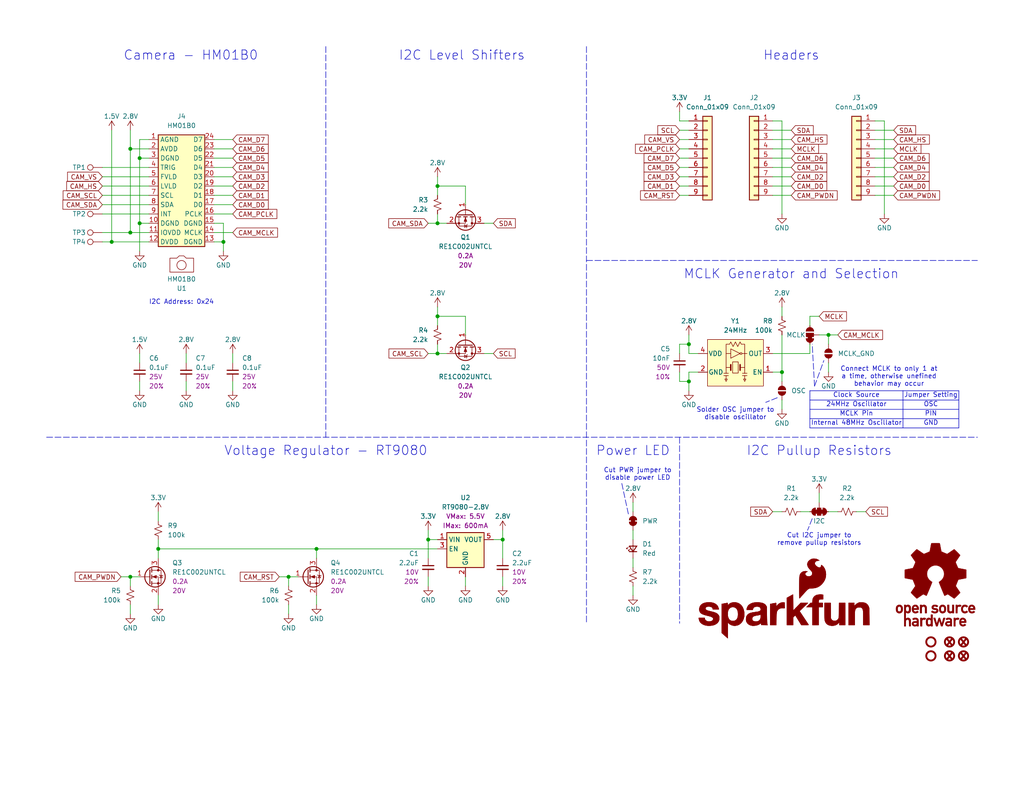
<source format=kicad_sch>
(kicad_sch (version 20231120) (generator "eeschema") (generator_version "8.0")
  (paper "USLetter")
  (title_block (title "SparkFun Camera Board - HM01B0") (date "2025-05-07") (rev "v10") (company "SparkFun Electronics") (comment 1 "Designed by: Dryw Wade"))
  (junction (at 86.36 149.86))
  (junction (at 213.36 101.6))
  (junction (at 35.56 157.48))
  (junction (at 119.38 86.36))
  (junction (at 38.1 60.96))
  (junction (at 43.18 149.86))
  (junction (at 226.06 91.44))
  (junction (at 119.38 50.8))
  (junction (at 187.96 93.98))
  (junction (at 78.74 157.48))
  (junction (at 187.96 104.14))
  (junction (at 38.1 43.18))
  (junction (at 30.48 66.04))
  (junction (at 119.38 96.52))
  (junction (at 119.38 60.96))
  (junction (at 35.56 40.64))
  (junction (at 60.96 66.04))
  (junction (at 116.84 147.32))
  (junction (at 137.16 147.32))
  (junction (at 35.56 63.5))
  (wire (pts (xy 238.76 53.34) (xy 243.84 53.34)))
  (wire (pts (xy 236.22 139.7) (xy 233.68 139.7)))
  (wire (pts (xy 50.8 106.68) (xy 50.8 104.14)))
  (wire (pts (xy 185.42 104.14) (xy 187.96 104.14)))
  (polyline (pts (xy 221.615 141.605) (xy 220.345 144.78)) (stroke (width 0) (type dash)))
  (wire (pts (xy 43.18 142.24) (xy 43.18 139.7)))
  (wire (pts (xy 127 50.8) (xy 119.38 50.8)))
  (wire (pts (xy 210.82 40.64) (xy 215.9 40.64)))
  (wire (pts (xy 238.76 35.56) (xy 243.84 35.56)))
  (wire (pts (xy 27.94 55.88) (xy 40.64 55.88)))
  (polyline (pts (xy 160.02 71.12) (xy 266.7 71.12)) (stroke (width 0) (type dash)))
  (wire (pts (xy 238.76 40.64) (xy 243.84 40.64)))
  (wire (pts (xy 35.56 63.5) (xy 35.56 40.64)))
  (wire (pts (xy 185.42 48.26) (xy 187.96 48.26)))
  (wire (pts (xy 241.3 33.02) (xy 241.3 58.42)))
  (wire (pts (xy 40.64 45.72) (xy 27.94 45.72)))
  (wire (pts (xy 185.42 53.34) (xy 187.96 53.34)))
  (wire (pts (xy 210.82 53.34) (xy 215.9 53.34)))
  (wire (pts (xy 63.5 50.8) (xy 58.42 50.8)))
  (wire (pts (xy 185.42 38.1) (xy 187.96 38.1)))
  (wire (pts (xy 213.36 83.82) (xy 213.36 86.36)))
  (wire (pts (xy 119.38 93.98) (xy 119.38 96.52)))
  (wire (pts (xy 185.42 93.98) (xy 187.96 93.98)))
  (wire (pts (xy 86.36 165.1) (xy 86.36 162.56)))
  (wire (pts (xy 27.94 48.26) (xy 40.64 48.26)))
  (wire (pts (xy 58.42 66.04) (xy 60.96 66.04)))
  (wire (pts (xy 40.64 38.1) (xy 38.1 38.1)))
  (polyline (pts (xy 171.45 140.335) (xy 169.545 131.445)) (stroke (width 0) (type dash)))
  (wire (pts (xy 119.38 83.82) (xy 119.38 86.36)))
  (wire (pts (xy 210.82 139.7) (xy 213.36 139.7)))
  (wire (pts (xy 226.06 99.06) (xy 226.06 101.6)))
  (wire (pts (xy 38.1 60.96) (xy 40.64 60.96)))
  (wire (pts (xy 172.72 152.4) (xy 172.72 154.94)))
  (wire (pts (xy 172.72 160.02) (xy 172.72 162.56)))
  (wire (pts (xy 137.16 144.78) (xy 137.16 147.32)))
  (wire (pts (xy 40.64 63.5) (xy 35.56 63.5)))
  (wire (pts (xy 63.5 55.88) (xy 58.42 55.88)))
  (wire (pts (xy 35.56 157.48) (xy 35.56 160.02)))
  (wire (pts (xy 119.38 96.52) (xy 121.92 96.52)))
  (wire (pts (xy 116.84 147.32) (xy 116.84 144.78)))
  (wire (pts (xy 185.42 33.02) (xy 185.42 30.48)))
  (wire (pts (xy 50.8 96.52) (xy 50.8 99.06)))
  (wire (pts (xy 134.62 96.52) (xy 132.08 96.52)))
  (wire (pts (xy 40.64 58.42) (xy 27.94 58.42)))
  (wire (pts (xy 210.82 101.6) (xy 213.36 101.6)))
  (polyline (pts (xy 220.98 106.68) (xy 261.62 106.68)))
  (wire (pts (xy 223.52 134.62) (xy 223.52 137.16)))
  (wire (pts (xy 63.5 53.34) (xy 58.42 53.34)))
  (wire (pts (xy 210.82 45.72) (xy 215.9 45.72)))
  (polyline (pts (xy 160.02 12.7) (xy 160.02 170.18)) (stroke (width 0) (type dash)))
  (wire (pts (xy 63.5 40.64) (xy 58.42 40.64)))
  (wire (pts (xy 35.56 167.64) (xy 35.56 165.1)))
  (wire (pts (xy 38.1 96.52) (xy 38.1 99.06)))
  (wire (pts (xy 190.5 101.6) (xy 187.96 101.6)))
  (wire (pts (xy 116.84 147.32) (xy 116.84 152.4)))
  (wire (pts (xy 238.76 43.18) (xy 243.84 43.18)))
  (wire (pts (xy 27.94 50.8) (xy 40.64 50.8)))
  (wire (pts (xy 78.74 167.64) (xy 78.74 165.1)))
  (wire (pts (xy 38.1 60.96) (xy 38.1 68.58)))
  (wire (pts (xy 210.82 48.26) (xy 215.9 48.26)))
  (wire (pts (xy 43.18 152.4) (xy 43.18 149.86)))
  (wire (pts (xy 220.98 86.36) (xy 223.52 86.36)))
  (wire (pts (xy 223.52 91.44) (xy 226.06 91.44)))
  (wire (pts (xy 27.94 63.5) (xy 35.56 63.5)))
  (wire (pts (xy 134.62 147.32) (xy 137.16 147.32)))
  (wire (pts (xy 35.56 40.64) (xy 35.56 35.56)))
  (wire (pts (xy 220.98 96.52) (xy 210.82 96.52)))
  (wire (pts (xy 238.76 50.8) (xy 243.84 50.8)))
  (wire (pts (xy 238.76 45.72) (xy 243.84 45.72)))
  (wire (pts (xy 78.74 157.48) (xy 78.74 160.02)))
  (wire (pts (xy 226.06 91.44) (xy 226.06 93.98)))
  (wire (pts (xy 187.96 96.52) (xy 187.96 93.98)))
  (polyline (pts (xy 220.98 116.84) (xy 261.62 116.84)))
  (polyline (pts (xy 185.42 119.38) (xy 185.42 170.18)) (stroke (width 0) (type dash)))
  (wire (pts (xy 116.84 157.48) (xy 116.84 160.02)))
  (wire (pts (xy 137.16 147.32) (xy 137.16 152.4)))
  (wire (pts (xy 218.44 139.7) (xy 220.98 139.7)))
  (wire (pts (xy 43.18 165.1) (xy 43.18 162.56)))
  (wire (pts (xy 213.36 91.44) (xy 213.36 101.6)))
  (wire (pts (xy 127 86.36) (xy 119.38 86.36)))
  (wire (pts (xy 210.82 50.8) (xy 215.9 50.8)))
  (wire (pts (xy 63.5 106.68) (xy 63.5 104.14)))
  (polyline (pts (xy 220.98 109.22) (xy 261.62 109.22)))
  (wire (pts (xy 127 55.88) (xy 127 50.8)))
  (wire (pts (xy 185.42 101.6) (xy 185.42 104.14)))
  (wire (pts (xy 172.72 137.16) (xy 172.72 139.7)))
  (wire (pts (xy 190.5 96.52) (xy 187.96 96.52)))
  (wire (pts (xy 210.82 43.18) (xy 215.9 43.18)))
  (wire (pts (xy 185.42 45.72) (xy 187.96 45.72)))
  (wire (pts (xy 187.96 104.14) (xy 187.96 106.68)))
  (wire (pts (xy 119.38 50.8) (xy 119.38 53.34)))
  (wire (pts (xy 63.5 96.52) (xy 63.5 99.06)))
  (wire (pts (xy 33.02 157.48) (xy 35.56 157.48)))
  (wire (pts (xy 58.42 60.96) (xy 60.96 60.96)))
  (wire (pts (xy 58.42 58.42) (xy 63.5 58.42)))
  (wire (pts (xy 210.82 33.02) (xy 213.36 33.02)))
  (wire (pts (xy 185.42 40.64) (xy 187.96 40.64)))
  (wire (pts (xy 119.38 48.26) (xy 119.38 50.8)))
  (wire (pts (xy 38.1 43.18) (xy 40.64 43.18)))
  (wire (pts (xy 60.96 66.04) (xy 60.96 68.58)))
  (wire (pts (xy 43.18 147.32) (xy 43.18 149.86)))
  (wire (pts (xy 238.76 38.1) (xy 243.84 38.1)))
  (wire (pts (xy 185.42 35.56) (xy 187.96 35.56)))
  (wire (pts (xy 38.1 43.18) (xy 38.1 60.96)))
  (polyline (pts (xy 220.98 114.3) (xy 261.62 114.3)))
  (wire (pts (xy 226.06 139.7) (xy 228.6 139.7)))
  (wire (pts (xy 78.74 157.48) (xy 81.28 157.48)))
  (wire (pts (xy 187.96 101.6) (xy 187.96 104.14)))
  (polyline (pts (xy 261.62 116.84) (xy 261.62 106.68)))
  (wire (pts (xy 119.38 60.96) (xy 121.92 60.96)))
  (wire (pts (xy 187.96 93.98) (xy 187.96 91.44)))
  (wire (pts (xy 27.94 66.04) (xy 30.48 66.04)))
  (wire (pts (xy 116.84 60.96) (xy 119.38 60.96)))
  (wire (pts (xy 63.5 63.5) (xy 58.42 63.5)))
  (polyline (pts (xy 88.9 12.7) (xy 88.9 119.38)) (stroke (width 0) (type dash)))
  (wire (pts (xy 30.48 66.04) (xy 30.48 35.56)))
  (wire (pts (xy 238.76 48.26) (xy 243.84 48.26)))
  (wire (pts (xy 226.06 91.44) (xy 228.6 91.44)))
  (wire (pts (xy 185.42 50.8) (xy 187.96 50.8)))
  (wire (pts (xy 119.38 86.36) (xy 119.38 88.9)))
  (wire (pts (xy 127 157.48) (xy 127 160.02)))
  (wire (pts (xy 213.36 101.6) (xy 213.36 104.14)))
  (wire (pts (xy 63.5 38.1) (xy 58.42 38.1)))
  (wire (pts (xy 86.36 149.86) (xy 119.38 149.86)))
  (wire (pts (xy 63.5 48.26) (xy 58.42 48.26)))
  (wire (pts (xy 210.82 38.1) (xy 215.9 38.1)))
  (wire (pts (xy 38.1 106.68) (xy 38.1 104.14)))
  (wire (pts (xy 220.98 93.98) (xy 220.98 96.52)))
  (wire (pts (xy 238.76 33.02) (xy 241.3 33.02)))
  (wire (pts (xy 35.56 157.48) (xy 38.1 157.48)))
  (wire (pts (xy 30.48 66.04) (xy 40.64 66.04)))
  (polyline (pts (xy 222.25 105.41) (xy 224.79 98.425)) (stroke (width 0) (type dash)))
  (wire (pts (xy 137.16 157.48) (xy 137.16 160.02)))
  (wire (pts (xy 213.36 33.02) (xy 213.36 58.42)))
  (wire (pts (xy 76.2 157.48) (xy 78.74 157.48)))
  (wire (pts (xy 43.18 149.86) (xy 86.36 149.86)))
  (polyline (pts (xy 246.38 116.84) (xy 246.38 106.68)))
  (polyline (pts (xy 220.98 106.68) (xy 220.98 116.84)))
  (wire (pts (xy 213.36 109.22) (xy 213.36 111.76)))
  (wire (pts (xy 35.56 40.64) (xy 40.64 40.64)))
  (wire (pts (xy 220.98 86.36) (xy 220.98 88.9)))
  (wire (pts (xy 127 91.44) (xy 127 86.36)))
  (wire (pts (xy 187.96 33.02) (xy 185.42 33.02)))
  (wire (pts (xy 86.36 152.4) (xy 86.36 149.86)))
  (wire (pts (xy 134.62 60.96) (xy 132.08 60.96)))
  (wire (pts (xy 119.38 147.32) (xy 116.84 147.32)))
  (wire (pts (xy 185.42 43.18) (xy 187.96 43.18)))
  (wire (pts (xy 172.72 144.78) (xy 172.72 147.32)))
  (polyline (pts (xy 212.09 108.585) (xy 208.915 109.855)) (stroke (width 0) (type dash)))
  (wire (pts (xy 119.38 58.42) (xy 119.38 60.96)))
  (wire (pts (xy 63.5 43.18) (xy 58.42 43.18)))
  (wire (pts (xy 63.5 45.72) (xy 58.42 45.72)))
  (wire (pts (xy 185.42 96.52) (xy 185.42 93.98)))
  (wire (pts (xy 38.1 38.1) (xy 38.1 43.18)))
  (polyline (pts (xy 222.25 105.41) (xy 221.615 93.98)) (stroke (width 0) (type dash)))
  (polyline (pts (xy 220.98 111.76) (xy 261.62 111.76)))
  (wire (pts (xy 210.82 35.56) (xy 215.9 35.56)))
  (wire (pts (xy 60.96 60.96) (xy 60.96 66.04)))
  (wire (pts (xy 116.84 96.52) (xy 119.38 96.52)))
  (wire (pts (xy 27.94 53.34) (xy 40.64 53.34)))
  (polyline (pts (xy 12.7 119.38) (xy 266.7 119.38)) (stroke (width 0) (type dash)))
  (text "Connect MCLK to only 1 at\na time, otherwise unefined\nbehavior may occur" (at 242.57 102.87 0) (effects (font (size 1.27 1.27))))
  (text "I2C Address: 0x24" (at 49.53 82.55 0) (effects (font (size 1.27 1.27))))
  (text "24MHz Oscillator" (at 233.68 110.49 0) (effects (font (size 1.27 1.27))))
  (text "Solder OSC jumper to\ndisable oscillator" (at 200.66 113.03 0) (effects (font (size 1.27 1.27))))
  (text "Jumper Setting" (at 254 107.95 0) (effects (font (size 1.27 1.27))))
  (text "Cut I2C jumper to\nremove pullup resistors" (at 223.52 147.32 0) (effects (font (size 1.27 1.27))))
  (text "Camera - HM01B0" (at 52.07 15.24 0) (effects (font (size 2.54 2.54))))
  (text "Clock Source" (at 233.68 107.95 0) (effects (font (size 1.27 1.27))))
  (text "Headers" (at 215.9 15.24 0) (effects (font (size 2.54 2.54))))
  (text "I2C Pullup Resistors" (at 223.52 123.19 0) (effects (font (size 2.54 2.54))))
  (text "OSC" (at 254 110.49 0) (effects (font (size 1.27 1.27))))
  (text "Voltage Regulator - RT9080" (at 88.9 123.19 0) (effects (font (size 2.54 2.54))))
  (text "GND" (at 254 115.57 0) (effects (font (size 1.27 1.27))))
  (text "Cut PWR jumper to\ndisable power LED" (at 173.99 129.54 0) (effects (font (size 1.27 1.27))))
  (text "Power LED" (at 172.72 123.19 0) (effects (font (size 2.54 2.54))))
  (text "MCLK Generator and Selection" (at 215.9 74.93 0) (effects (font (size 2.54 2.54))))
  (text "I2C Level Shifters " (at 127 15.24 0) (effects (font (size 2.54 2.54))))
  (text "MCLK Pin" (at 233.68 113.03 0) (effects (font (size 1.27 1.27))))
  (text "Internal 48MHz Oscillator" (at 233.68 115.57 0) (effects (font (size 1.27 1.27))))
  (text "PIN" (at 254 113.03 0) (effects (font (size 1.27 1.27))))
  (global_label "CAM_VS" (shape input) (at 27.94 48.26 180) (property "Intersheetrefs" "${INTERSHEET_REFS}" (effects (hide yes))))
  (global_label "CAM_PCLK" (shape input) (at 185.42 40.64 180) (property "Intersheetrefs" "${INTERSHEET_REFS}" (effects (hide yes))))
  (global_label "SDA" (shape input) (at 215.9 35.56 0) (property "Intersheetrefs" "${INTERSHEET_REFS}" (effects (hide yes))))
  (global_label "CAM_D2" (shape input) (at 215.9 48.26 0) (property "Intersheetrefs" "${INTERSHEET_REFS}" (effects (hide yes))))
  (global_label "CAM_MCLK" (shape input) (at 63.5 63.5 0) (property "Intersheetrefs" "${INTERSHEET_REFS}" (effects (hide yes))))
  (global_label "CAM_D2" (shape input) (at 63.5 50.8 0) (property "Intersheetrefs" "${INTERSHEET_REFS}" (effects (hide yes))))
  (global_label "CAM_HS" (shape input) (at 243.84 38.1 0) (property "Intersheetrefs" "${INTERSHEET_REFS}" (effects (hide yes))))
  (global_label "CAM_D4" (shape input) (at 63.5 45.72 0) (property "Intersheetrefs" "${INTERSHEET_REFS}" (effects (hide yes))))
  (global_label "CAM_D5" (shape input) (at 185.42 45.72 180) (property "Intersheetrefs" "${INTERSHEET_REFS}" (effects (hide yes))))
  (global_label "CAM_D1" (shape input) (at 63.5 53.34 0) (property "Intersheetrefs" "${INTERSHEET_REFS}" (effects (hide yes))))
  (global_label "SCL" (shape input) (at 134.62 96.52 0) (property "Intersheetrefs" "${INTERSHEET_REFS}" (effects (hide yes))))
  (global_label "MCLK" (shape input) (at 243.84 40.64 0) (property "Intersheetrefs" "${INTERSHEET_REFS}" (effects (hide yes))))
  (global_label "CAM_D0" (shape input) (at 215.9 50.8 0) (property "Intersheetrefs" "${INTERSHEET_REFS}" (effects (hide yes))))
  (global_label "CAM_PWDN" (shape input) (at 243.84 53.34 0) (property "Intersheetrefs" "${INTERSHEET_REFS}" (effects (hide yes))))
  (global_label "CAM_D6" (shape input) (at 243.84 43.18 0) (property "Intersheetrefs" "${INTERSHEET_REFS}" (effects (hide yes))))
  (global_label "CAM_D3" (shape input) (at 63.5 48.26 0) (property "Intersheetrefs" "${INTERSHEET_REFS}" (effects (hide yes))))
  (global_label "CAM_D7" (shape input) (at 63.5 38.1 0) (property "Intersheetrefs" "${INTERSHEET_REFS}" (effects (hide yes))))
  (global_label "CAM_D6" (shape input) (at 215.9 43.18 0) (property "Intersheetrefs" "${INTERSHEET_REFS}" (effects (hide yes))))
  (global_label "MCLK" (shape input) (at 215.9 40.64 0) (property "Intersheetrefs" "${INTERSHEET_REFS}" (effects (hide yes))))
  (global_label "CAM_SDA" (shape input) (at 27.94 55.88 180) (property "Intersheetrefs" "${INTERSHEET_REFS}" (effects (hide yes))))
  (global_label "CAM_MCLK" (shape input) (at 228.6 91.44 0) (property "Intersheetrefs" "${INTERSHEET_REFS}" (effects (hide yes))))
  (global_label "CAM_HS" (shape input) (at 27.94 50.8 180) (property "Intersheetrefs" "${INTERSHEET_REFS}" (effects (hide yes))))
  (global_label "CAM_D4" (shape input) (at 215.9 45.72 0) (property "Intersheetrefs" "${INTERSHEET_REFS}" (effects (hide yes))))
  (global_label "CAM_PWDN" (shape input) (at 33.02 157.48 180) (property "Intersheetrefs" "${INTERSHEET_REFS}" (effects (hide yes))))
  (global_label "SDA" (shape input) (at 134.62 60.96 0) (property "Intersheetrefs" "${INTERSHEET_REFS}" (effects (hide yes))))
  (global_label "CAM_RST" (shape input) (at 76.2 157.48 180) (property "Intersheetrefs" "${INTERSHEET_REFS}" (effects (hide yes))))
  (global_label "CAM_D4" (shape input) (at 243.84 45.72 0) (property "Intersheetrefs" "${INTERSHEET_REFS}" (effects (hide yes))))
  (global_label "CAM_D5" (shape input) (at 63.5 43.18 0) (property "Intersheetrefs" "${INTERSHEET_REFS}" (effects (hide yes))))
  (global_label "CAM_D0" (shape input) (at 63.5 55.88 0) (property "Intersheetrefs" "${INTERSHEET_REFS}" (effects (hide yes))))
  (global_label "CAM_VS" (shape input) (at 185.42 38.1 180) (property "Intersheetrefs" "${INTERSHEET_REFS}" (effects (hide yes))))
  (global_label "CAM_D6" (shape input) (at 63.5 40.64 0) (property "Intersheetrefs" "${INTERSHEET_REFS}" (effects (hide yes))))
  (global_label "CAM_D3" (shape input) (at 185.42 48.26 180) (property "Intersheetrefs" "${INTERSHEET_REFS}" (effects (hide yes))))
  (global_label "SDA" (shape input) (at 243.84 35.56 0) (property "Intersheetrefs" "${INTERSHEET_REFS}" (effects (hide yes))))
  (global_label "CAM_PCLK" (shape input) (at 63.5 58.42 0) (property "Intersheetrefs" "${INTERSHEET_REFS}" (effects (hide yes))))
  (global_label "SCL" (shape input) (at 236.22 139.7 0) (property "Intersheetrefs" "${INTERSHEET_REFS}" (effects (hide yes))))
  (global_label "CAM_SCL" (shape input) (at 116.84 96.52 180) (property "Intersheetrefs" "${INTERSHEET_REFS}" (effects (hide yes))))
  (global_label "SCL" (shape input) (at 185.42 35.56 180) (property "Intersheetrefs" "${INTERSHEET_REFS}" (effects (hide yes))))
  (global_label "CAM_D1" (shape input) (at 185.42 50.8 180) (property "Intersheetrefs" "${INTERSHEET_REFS}" (effects (hide yes))))
  (global_label "CAM_PWDN" (shape input) (at 215.9 53.34 0) (property "Intersheetrefs" "${INTERSHEET_REFS}" (effects (hide yes))))
  (global_label "SDA" (shape input) (at 210.82 139.7 180) (property "Intersheetrefs" "${INTERSHEET_REFS}" (effects (hide yes))))
  (global_label "CAM_D0" (shape input) (at 243.84 50.8 0) (property "Intersheetrefs" "${INTERSHEET_REFS}" (effects (hide yes))))
  (global_label "CAM_D2" (shape input) (at 243.84 48.26 0) (property "Intersheetrefs" "${INTERSHEET_REFS}" (effects (hide yes))))
  (global_label "CAM_SCL" (shape input) (at 27.94 53.34 180) (property "Intersheetrefs" "${INTERSHEET_REFS}" (effects (hide yes))))
  (global_label "MCLK" (shape input) (at 223.52 86.36 0) (property "Intersheetrefs" "${INTERSHEET_REFS}" (effects (hide yes))))
  (global_label "CAM_D7" (shape input) (at 185.42 43.18 180) (property "Intersheetrefs" "${INTERSHEET_REFS}" (effects (hide yes))))
  (global_label "CAM_SDA" (shape input) (at 116.84 60.96 180) (property "Intersheetrefs" "${INTERSHEET_REFS}" (effects (hide yes))))
  (global_label "CAM_RST" (shape input) (at 185.42 53.34 180) (property "Intersheetrefs" "${INTERSHEET_REFS}" (effects (hide yes))))
  (global_label "CAM_HS" (shape input) (at 215.9 38.1 0) (property "Intersheetrefs" "${INTERSHEET_REFS}" (effects (hide yes))))
  (symbol (lib_id "SparkFun-PowerSymbol:GND") (at 172.72 162.56 0) (unit 1)
    (property "Reference" "#PWR036" (effects (hide yes)))
    (property "Value" "GND" (at 172.72 166.37 0))
    (property "Description" "Power symbol creates a global label with name \"GND\" , ground" (effects (hide yes)))
  )
  (symbol (lib_id "SparkFun-PowerSymbol:3.3V") (at 43.18 139.7 0) (unit 1)
    (property "Reference" "#PWR038" (effects (hide yes)))
    (property "Value" "3.3V" (at 43.18 135.89 0))
    (property "Description" "Power symbol creates a global label with name \"3.3V\"" (effects (hide yes)))
  )
  (symbol (lib_id "SparkFun-PowerSymbol:GND") (at 86.36 165.1 0) (unit 1)
    (property "Reference" "#PWR020" (effects (hide yes)))
    (property "Value" "GND" (at 86.36 168.91 0))
    (property "Description" "Power symbol creates a global label with name \"GND\" , ground" (effects (hide yes)))
  )
  (symbol (lib_id "SparkFun-Capacitor:0.1uF_0603_25V_20%") (at 63.5 101.6 0) (unit 1)
    (property "Reference" "C8" (at 66.04 97.7962 0) (effects (justify left)))
    (property "Value" "0.1uF" (at 66.04 100.3362 0) (effects (justify left)))
    (property "Footprint" "SparkFun-Capacitor:C_0603_1608Metric" (effects (hide yes)))
    (property "Datasheet" "https://cdn.sparkfun.com/assets/8/a/4/a/5/Kemet_Capacitor_Datasheet.pdf" (effects (hide yes)))
    (property "Description" "Unpolarized capacitor" (effects (hide yes)))
    (property "PROD_ID" "CAP-00810" (effects (hide yes)))
    (property "Voltage" "25V" (at 66.04 102.8762 0) (effects (justify left)))
    (property "Tolerance" "20%" (at 66.04 105.4162 0) (effects (justify left)))
  )
  (symbol (lib_id "SparkFun-PowerSymbol:2.8V") (at 50.8 96.52 0) (unit 1)
    (property "Reference" "#PWR033" (effects (hide yes)))
    (property "Value" "2.8V" (at 50.8 92.71 0))
    (property "Description" "Power symbol creates a global label with name \"2.8V\"" (effects (hide yes)))
  )
  (symbol (lib_id "SparkFun-PowerSymbol:GND") (at 213.36 111.76 0) (unit 1)
    (property "Reference" "#PWR027" (effects (hide yes)))
    (property "Value" "GND" (at 213.36 115.57 0))
    (property "Description" "Power symbol creates a global label with name \"GND\" , ground" (effects (hide yes)))
  )
  (symbol (lib_id "SparkFun-Resistor:2.2k_0603") (at 231.14 139.7 0) (unit 1)
    (property "Reference" "R2" (at 231.14 133.35 0))
    (property "Value" "2.2k" (at 231.14 135.89 0))
    (property "Footprint" "SparkFun-Resistor:R_0603_1608Metric" (effects (hide yes)))
    (property "Datasheet" "https://www.vishay.com/docs/20035/dcrcwe3.pdf" (effects (hide yes)))
    (property "Description" "Resistor" (effects (hide yes)))
    (property "PROD_ID" "RES-08272" (effects (hide yes)))
  )
  (symbol (lib_id "SparkFun-PowerSymbol:2.8V") (at 213.36 83.82 0) (unit 1)
    (property "Reference" "#PWR035" (effects (hide yes)))
    (property "Value" "2.8V" (at 213.36 80.01 0))
    (property "Description" "Power symbol creates a global label with name \"2.8V\"" (effects (hide yes)))
  )
  (symbol (lib_id "SparkFun-Connector:TestPoint_1.25mm") (at 27.94 45.72 90) (mirror x) (unit 1)
    (property "Reference" "TP1" (at 21.59 45.72 90))
    (property "Value" "1.25mm" (effects (hide yes)))
    (property "Footprint" "SparkFun-Connector:TestPoint-1.25mm" (effects (hide yes)))
    (property "Description" "Test Point" (effects (hide yes)))
  )
  (symbol (lib_id "SparkFun-Hardware:Standoff") (at 254 175.26 0) (unit 1)
    (property "Reference" "ST1" (effects (hide yes)))
    (property "Value" "Standoff" (effects (hide yes)))
    (property "Footprint" "SparkFun-Hardware:Standoff" (effects (hide yes)))
    (property "Description" "Drill holes for mechanically mounting via screws, standoffs, etc." (effects (hide yes)))
  )
  (symbol (lib_id "SparkFun-Resistor:2.2k_0603") (at 172.72 157.48 90) (unit 1)
    (property "Reference" "R7" (at 175.26 156.2099 90) (effects (justify right)))
    (property "Value" "2.2k" (at 175.26 158.7499 90) (effects (justify right)))
    (property "Footprint" "SparkFun-Resistor:R_0603_1608Metric" (effects (hide yes)))
    (property "Datasheet" "https://www.vishay.com/docs/20035/dcrcwe3.pdf" (effects (hide yes)))
    (property "Description" "Resistor" (effects (hide yes)))
    (property "PROD_ID" "RES-08272" (effects (hide yes)))
  )
  (symbol (lib_id "SparkFun-Aesthetic:SparkFun_Logo") (at 213.36 167.64 0) (unit 1) (on_board no)
    (property "Reference" "G1" (effects (hide yes)))
    (property "Value" "SparkFun_Logo" (effects (hide yes)))
    (property "Footprint" "SparkFun-Aesthetic:SparkFun_Logo_8mm" (effects (hide yes)))
  )
  (symbol (lib_id "HM0360:HM01B0-ANA-00FT870") (at 49.53 72.39 0) (unit 1)
    (property "Reference" "U1" (at 49.5935 78.74 0))
    (property "Value" "HM01B0" (at 49.53 76.2 0))
    (property "Footprint" "lcd-tft:HM01B0-ANA-00FT870" (effects (hide yes)))
    (property "Datasheet" "https://mm.digikey.com/Volume0/opasdata/d220001/medias/docus/5458/HM01B0-ANA-00FT870.pdf" (effects (hide yes)))
    (property "PROD_ID" "SEN-25897" (effects (hide yes)))
  )
  (symbol (lib_id "SparkFun-Capacitor:2.2uF_0603_10V_20%") (at 137.16 154.94 0) (unit 1)
    (property "Reference" "C2" (at 139.7 151.1362 0) (effects (justify left)))
    (property "Value" "2.2uF" (at 139.7 153.6762 0) (effects (justify left)))
    (property "Footprint" "SparkFun-Capacitor:C_0603_1608Metric" (effects (hide yes)))
    (property "Datasheet" "https://cdn.sparkfun.com/assets/8/a/4/a/5/Kemet_Capacitor_Datasheet.pdf" (effects (hide yes)))
    (property "Description" "Unpolarized capacitor" (effects (hide yes)))
    (property "PROD_ID" "CAP-07888" (effects (hide yes)))
    (property "Voltage" "10V" (at 139.7 156.2162 0) (effects (justify left)))
    (property "Tolerance" "20%" (at 139.7 158.7562 0) (effects (justify left)))
  )
  (symbol (lib_id "SparkFun-Connector:Conn_01x09") (at 193.04 43.18 0) (unit 1)
    (property "Reference" "J1" (at 193.04 26.67 0))
    (property "Value" "Conn_01x09" (at 193.04 29.21 0))
    (property "Footprint" "SparkFun-Connector:1x09" (effects (hide yes)))
    (property "Description" "Basic 0.1\" PTH" (effects (hide yes)))
  )
  (symbol (lib_id "SparkFun-Regulator:RT9080-2.8") (at 127 149.86 0) (unit 1)
    (property "Reference" "U2" (at 127 135.89 0))
    (property "Value" "RT9080-2.8V" (at 127 138.43 0))
    (property "Footprint" "SparkFun-Semiconductor-Standard:SOT23-5" (effects (hide yes)))
    (property "Datasheet" "https://www.richtek.com/SaveDownload.aspx?specid=RT9080" (effects (hide yes)))
    (property "Description" "600mA low dropout linear regulator, with enable pin, 3.8V-6V input voltage range, 2.8V fixed positive output, SOT-23-5" (effects (hide yes)))
    (property "PROD_ID" "VREG-25608" (effects (hide yes)))
    (property "VMax" "5.5V" (at 127 140.97 0) (show_name yes))
    (property "IMax" "600mA" (at 127 143.51 0) (show_name yes))
    (property "Iq" "4uA" (effects (hide yes)))
  )
  (symbol (lib_id "SparkFun-Jumper:SolderJumper_3_Bridged123") (at 223.52 139.7 180) (unit 1)
    (property "Reference" "JP1" (effects (hide yes)))
    (property "Value" "I2C" (at 223.52 142.24 0))
    (property "Footprint" "SparkFun-Jumper:Jumper_3_NC-2_Trace" (effects (hide yes)))
    (property "Description" "Solder Jumper, 3-pole, pins 1+2+3 closed/bridged" (effects (hide yes)))
  )
  (symbol (lib_id "SparkFun-DiscreteSemi:Q_NMOS_0.2A_20V") (at 127 58.42 270) (unit 1)
    (property "Reference" "Q1" (at 127 64.77 90))
    (property "Value" "RE1C002UNTCL" (at 127 67.31 90))
    (property "Footprint" "SparkFun-Semiconductor-Standard:SC-89 SOT-490" (effects (hide yes)))
    (property "Datasheet" "https://cdn.sparkfun.com/datasheets/BreakoutBoards/BSS138.pdf" (effects (hide yes)))
    (property "Description" "N-MOSFET transistor, drain/gate/source" (effects (hide yes)))
    (property "PROD_ID" "TRANS-14399" (effects (hide yes)))
    (property "IMax" "0.2A" (at 127 69.85 90))
    (property "VMax" "20V" (at 127 72.39 90))
  )
  (symbol (lib_id "SparkFun-Resistor:100k_0603") (at 78.74 162.56 90) (unit 1)
    (property "Reference" "R6" (at 76.2 161.2899 90) (effects (justify left)))
    (property "Value" "100k" (at 76.2 163.8299 90) (effects (justify left)))
    (property "Footprint" "SparkFun-Resistor:R_0603_1608Metric" (effects (hide yes)))
    (property "Datasheet" "https://www.vishay.com/docs/20035/dcrcwe3.pdf" (effects (hide yes)))
    (property "Description" "Resistor" (effects (hide yes)))
    (property "PROD_ID" "RES-07828" (effects (hide yes)))
  )
  (symbol (lib_id "SparkFun-Connector:TestPoint_1.25mm") (at 27.94 58.42 90) (mirror x) (unit 1)
    (property "Reference" "TP2" (at 21.59 58.42 90))
    (property "Value" "1.25mm" (effects (hide yes)))
    (property "Footprint" "SparkFun-Connector:TestPoint-1.25mm" (effects (hide yes)))
    (property "Description" "Test Point" (effects (hide yes)))
  )
  (symbol (lib_id "SparkFun-PowerSymbol:1.5V") (at 38.1 96.52 0) (unit 1)
    (property "Reference" "#PWR032" (effects (hide yes)))
    (property "Value" "1.5V" (at 38.1 92.71 0))
    (property "Description" "Power symbol creates a global label with name \"1.5V\"" (effects (hide yes)))
  )
  (symbol (lib_id "SparkFun-PowerSymbol:GND") (at 78.74 167.64 0) (unit 1)
    (property "Reference" "#PWR024" (effects (hide yes)))
    (property "Value" "GND" (at 78.74 171.45 0))
    (property "Description" "Power symbol creates a global label with name \"GND\" , ground" (effects (hide yes)))
  )
  (symbol (lib_id "SparkFun-PowerSymbol:GND") (at 116.84 160.02 0) (unit 1)
    (property "Reference" "#PWR018" (effects (hide yes)))
    (property "Value" "GND" (at 116.84 163.83 0))
    (property "Description" "Power symbol creates a global label with name \"GND\" , ground" (effects (hide yes)))
  )
  (symbol (lib_id "SparkFun-PowerSymbol:GND") (at 60.96 68.58 0) (unit 1)
    (property "Reference" "#PWR05" (effects (hide yes)))
    (property "Value" "GND" (at 60.96 72.39 0))
    (property "Description" "Power symbol creates a global label with name \"GND\" , ground" (effects (hide yes)))
  )
  (symbol (lib_id "SparkFun-Resistor:2.2k_0603") (at 119.38 55.88 270) (mirror x) (unit 1)
    (property "Reference" "R3" (at 116.84 54.6099 90) (effects (justify right)))
    (property "Value" "2.2k" (at 116.84 57.1499 90) (effects (justify right)))
    (property "Footprint" "SparkFun-Resistor:R_0603_1608Metric" (effects (hide yes)))
    (property "Datasheet" "https://www.vishay.com/docs/20035/dcrcwe3.pdf" (effects (hide yes)))
    (property "Description" "Resistor" (effects (hide yes)))
    (property "PROD_ID" "RES-08272" (effects (hide yes)))
  )
  (symbol (lib_id "SparkFun-PowerSymbol:GND") (at 137.16 160.02 0) (unit 1)
    (property "Reference" "#PWR016" (effects (hide yes)))
    (property "Value" "GND" (at 137.16 163.83 0))
    (property "Description" "Power symbol creates a global label with name \"GND\" , ground" (effects (hide yes)))
  )
  (symbol (lib_id "SparkFun-PowerSymbol:2.8V") (at 119.38 48.26 0) (unit 1)
    (property "Reference" "#PWR022" (effects (hide yes)))
    (property "Value" "2.8V" (at 119.38 44.45 0))
    (property "Description" "Power symbol creates a global label with name \"2.8V\"" (effects (hide yes)))
  )
  (symbol (lib_id "SparkFun-PowerSymbol:GND") (at 213.36 58.42 0) (unit 1)
    (property "Reference" "#PWR01" (effects (hide yes)))
    (property "Value" "GND" (at 213.36 62.23 0))
    (property "Description" "Power symbol creates a global label with name \"GND\" , ground" (effects (hide yes)))
  )
  (symbol (lib_id "SparkFun-PowerSymbol:GND") (at 226.06 101.6 0) (unit 1)
    (property "Reference" "#PWR028" (effects (hide yes)))
    (property "Value" "GND" (at 226.06 105.41 0))
    (property "Description" "Power symbol creates a global label with name \"GND\" , ground" (effects (hide yes)))
  )
  (symbol (lib_id "SparkFun-PowerSymbol:2.8V") (at 172.72 137.16 0) (unit 1)
    (property "Reference" "#PWR037" (effects (hide yes)))
    (property "Value" "2.8V" (at 172.72 133.35 0))
    (property "Description" "Power symbol creates a global label with name \"2.8V\"" (effects (hide yes)))
  )
  (symbol (lib_id "SparkFun-PowerSymbol:GND") (at 38.1 68.58 0) (unit 1)
    (property "Reference" "#PWR04" (effects (hide yes)))
    (property "Value" "GND" (at 38.1 72.39 0))
    (property "Description" "Power symbol creates a global label with name \"GND\" , ground" (effects (hide yes)))
  )
  (symbol (lib_id "SparkFun-Resistor:100k_0603") (at 35.56 162.56 90) (unit 1)
    (property "Reference" "R5" (at 33.02 161.2899 90) (effects (justify left)))
    (property "Value" "100k" (at 33.02 163.8299 90) (effects (justify left)))
    (property "Footprint" "SparkFun-Resistor:R_0603_1608Metric" (effects (hide yes)))
    (property "Datasheet" "https://www.vishay.com/docs/20035/dcrcwe3.pdf" (effects (hide yes)))
    (property "Description" "Resistor" (effects (hide yes)))
    (property "PROD_ID" "RES-07828" (effects (hide yes)))
  )
  (symbol (lib_id "SparkFun-Capacitor:0.1uF_0603_25V_20%") (at 50.8 101.6 0) (unit 1)
    (property "Reference" "C7" (at 53.34 97.7962 0) (effects (justify left)))
    (property "Value" "0.1uF" (at 53.34 100.3362 0) (effects (justify left)))
    (property "Footprint" "SparkFun-Capacitor:C_0603_1608Metric" (effects (hide yes)))
    (property "Datasheet" "https://cdn.sparkfun.com/assets/8/a/4/a/5/Kemet_Capacitor_Datasheet.pdf" (effects (hide yes)))
    (property "Description" "Unpolarized capacitor" (effects (hide yes)))
    (property "PROD_ID" "CAP-00810" (effects (hide yes)))
    (property "Voltage" "25V" (at 53.34 102.8762 0) (effects (justify left)))
    (property "Tolerance" "20%" (at 53.34 105.4162 0) (effects (justify left)))
  )
  (symbol (lib_id "SparkFun-Aesthetic:Fiducial_0.5mm") (at 262.89 179.07 0) (unit 1)
    (property "Reference" "FID4" (effects (hide yes)))
    (property "Value" "Fiducial_0.5mm" (effects (hide yes)))
    (property "Footprint" "SparkFun-Aesthetic:Fiducial_0.5mm_Mask1mm" (effects (hide yes)))
    (property "Description" "Fiducial Marker" (effects (hide yes)))
  )
  (symbol (lib_id "SparkFun-PowerSymbol:GND") (at 63.5 106.68 0) (unit 1)
    (property "Reference" "#PWR031" (effects (hide yes)))
    (property "Value" "GND" (at 63.5 110.49 0))
    (property "Description" "Power symbol creates a global label with name \"GND\" , ground" (effects (hide yes)))
  )
  (symbol (lib_id "SparkFun-Jumper:SolderJumper_3_Bridged12") (at 220.98 91.44 90) (unit 1)
    (property "Reference" "JP4" (effects (hide yes)))
    (property "Value" "MCLK" (at 217.17 91.44 90))
    (property "Footprint" "SparkFun-Jumper:Jumper_3_NC-1_Trace" (effects (hide yes)))
    (property "Description" "3-pole Solder Jumper, pins 1+2 closed/bridged" (effects (hide yes)))
  )
  (symbol (lib_id "SparkFun-Aesthetic:Fiducial_0.5mm") (at 259.08 179.07 0) (unit 1)
    (property "Reference" "FID2" (effects (hide yes)))
    (property "Value" "Fiducial_0.5mm" (effects (hide yes)))
    (property "Footprint" "SparkFun-Aesthetic:Fiducial_0.5mm_Mask1mm" (effects (hide yes)))
    (property "Description" "Fiducial Marker" (effects (hide yes)))
  )
  (symbol (lib_id "SparkFun-PowerSymbol:2.8V") (at 35.56 35.56 0) (unit 1)
    (property "Reference" "#PWR019" (effects (hide yes)))
    (property "Value" "2.8V" (at 35.56 31.75 0))
    (property "Description" "Power symbol creates a global label with name \"2.8V\"" (effects (hide yes)))
  )
  (symbol (lib_id "SparkFun-PowerSymbol:3.3V") (at 185.42 30.48 0) (unit 1)
    (property "Reference" "#PWR03" (effects (hide yes)))
    (property "Value" "3.3V" (at 185.42 26.67 0))
    (property "Description" "Power symbol creates a global label with name \"3.3V\"" (effects (hide yes)))
  )
  (symbol (lib_id "SparkFun-PowerSymbol:1.5V") (at 30.48 35.56 0) (unit 1)
    (property "Reference" "#PWR07" (effects (hide yes)))
    (property "Value" "1.5V" (at 30.48 31.75 0))
    (property "Description" "Power symbol creates a global label with name \"1.5V\"" (effects (hide yes)))
  )
  (symbol (lib_id "SparkFun-PowerSymbol:GND") (at 187.96 106.68 0) (unit 1)
    (property "Reference" "#PWR026" (effects (hide yes)))
    (property "Value" "GND" (at 187.96 110.49 0))
    (property "Description" "Power symbol creates a global label with name \"GND\" , ground" (effects (hide yes)))
  )
  (symbol (lib_id "SparkFun-PowerSymbol:GND") (at 43.18 165.1 0) (unit 1)
    (property "Reference" "#PWR06" (effects (hide yes)))
    (property "Value" "GND" (at 43.18 168.91 0))
    (property "Description" "Power symbol creates a global label with name \"GND\" , ground" (effects (hide yes)))
  )
  (symbol (lib_id "SparkFun-Connector:TestPoint_1.25mm") (at 27.94 66.04 90) (unit 1)
    (property "Reference" "TP4" (at 21.59 66.04 90))
    (property "Value" "1.25mm" (effects (hide yes)))
    (property "Footprint" "SparkFun-Connector:TestPoint-1.25mm" (effects (hide yes)))
    (property "Description" "Test Point" (effects (hide yes)))
  )
  (symbol (lib_id "SparkFun-Jumper:SolderJumper_2_Open") (at 226.06 96.52 90) (unit 1)
    (property "Reference" "JP6" (effects (hide yes)))
    (property "Value" "MCLK_GND" (at 228.6 96.52 90) (effects (justify right)))
    (property "Footprint" "SparkFun-Jumper:Jumper_2_NO" (effects (hide yes)))
    (property "Description" "Solder Jumper, 2-pole, open" (effects (hide yes)))
  )
  (symbol (lib_id "SparkFun-Aesthetic:OSHW_Logo") (at 255.27 163.83 0) (unit 1) (in_bom no)
    (property "Reference" "G3" (effects (hide yes)))
    (property "Value" "OSHW_Logo" (effects (hide yes)))
    (property "Footprint" "SparkFun-Aesthetic:Creative_Commons_License" (effects (hide yes)))
  )
  (symbol (lib_id "SparkFun-Resistor:100k_0603") (at 213.36 88.9 90) (unit 1)
    (property "Reference" "R8" (at 210.82 87.6299 90) (effects (justify left)))
    (property "Value" "100k" (at 210.82 90.1699 90) (effects (justify left)))
    (property "Footprint" "SparkFun-Resistor:R_0603_1608Metric" (effects (hide yes)))
    (property "Datasheet" "https://www.vishay.com/docs/20035/dcrcwe3.pdf" (effects (hide yes)))
    (property "Description" "Resistor" (effects (hide yes)))
    (property "PROD_ID" "RES-07828" (effects (hide yes)))
  )
  (symbol (lib_id "SparkFun-Aesthetic:Fiducial_0.5mm") (at 259.08 175.26 0) (unit 1)
    (property "Reference" "FID1" (effects (hide yes)))
    (property "Value" "Fiducial_0.5mm" (effects (hide yes)))
    (property "Footprint" "SparkFun-Aesthetic:Fiducial_0.5mm_Mask1mm" (effects (hide yes)))
    (property "Description" "Fiducial Marker" (effects (hide yes)))
  )
  (symbol (lib_id "SparkFun-DiscreteSemi:Q_NMOS_0.2A_20V") (at 127 93.98 270) (unit 1)
    (property "Reference" "Q2" (at 127 100.33 90))
    (property "Value" "RE1C002UNTCL" (at 127 102.87 90))
    (property "Footprint" "SparkFun-Semiconductor-Standard:SC-89 SOT-490" (effects (hide yes)))
    (property "Datasheet" "https://cdn.sparkfun.com/datasheets/BreakoutBoards/BSS138.pdf" (effects (hide yes)))
    (property "Description" "N-MOSFET transistor, drain/gate/source" (effects (hide yes)))
    (property "PROD_ID" "TRANS-14399" (effects (hide yes)))
    (property "IMax" "0.2A" (at 127 105.41 90))
    (property "VMax" "20V" (at 127 107.95 90))
  )
  (symbol (lib_id "SparkFun-PowerSymbol:2.8V") (at 119.38 83.82 0) (unit 1)
    (property "Reference" "#PWR023" (effects (hide yes)))
    (property "Value" "2.8V" (at 119.38 80.01 0))
    (property "Description" "Power symbol creates a global label with name \"2.8V\"" (effects (hide yes)))
  )
  (symbol (lib_id "SparkFun-PowerSymbol:2.8V") (at 63.5 96.52 0) (unit 1)
    (property "Reference" "#PWR034" (effects (hide yes)))
    (property "Value" "2.8V" (at 63.5 92.71 0))
    (property "Description" "Power symbol creates a global label with name \"2.8V\"" (effects (hide yes)))
  )
  (symbol (lib_id "SparkFun-Aesthetic:SparkFun_Logo") (at 213.36 167.64 0) (unit 1) (on_board no)
    (property "Reference" "G2" (effects (hide yes)))
    (property "Value" "SparkFun_Logo" (effects (hide yes)))
  )
  (symbol (lib_id "SparkFun-DiscreteSemi:Q_NMOS_0.2A_20V") (at 40.64 157.48 0) (unit 1)
    (property "Reference" "Q3" (at 46.99 153.6699 0) (effects (justify left)))
    (property "Value" "RE1C002UNTCL" (at 46.99 156.2099 0) (effects (justify left)))
    (property "Footprint" "SparkFun-Semiconductor-Standard:SC-89 SOT-490" (effects (hide yes)))
    (property "Datasheet" "https://cdn.sparkfun.com/datasheets/BreakoutBoards/BSS138.pdf" (effects (hide yes)))
    (property "Description" "N-MOSFET transistor, drain/gate/source" (effects (hide yes)))
    (property "PROD_ID" "TRANS-14399" (effects (hide yes)))
    (property "IMax" "0.2A" (at 46.99 158.7499 0) (effects (justify left)))
    (property "VMax" "20V" (at 46.99 161.2899 0) (effects (justify left)))
  )
  (symbol (lib_id "SparkFun-PowerSymbol:GND") (at 50.8 106.68 0) (unit 1)
    (property "Reference" "#PWR030" (effects (hide yes)))
    (property "Value" "GND" (at 50.8 110.49 0))
    (property "Description" "Power symbol creates a global label with name \"GND\" , ground" (effects (hide yes)))
  )
  (symbol (lib_id "SparkFun-PowerSymbol:GND") (at 127 160.02 0) (unit 1)
    (property "Reference" "#PWR017" (effects (hide yes)))
    (property "Value" "GND" (at 127 163.83 0))
    (property "Description" "Power symbol creates a global label with name \"GND\" , ground" (effects (hide yes)))
  )
  (symbol (lib_id "HM0360:Conn_2x15_Camera_HM01B0") (at 49.53 52.07 0) (unit 1)
    (property "Reference" "J4" (at 49.53 31.75 0))
    (property "Value" "HM01B0" (at 49.53 34.29 0))
    (property "Footprint" "lcd-tft:Socket_2x12_0.4mm-pitch_5055502420" (effects (hide yes)))
    (property "Datasheet" "https://www.molex.com/content/dam/molex/molex-dot-com/products/automated/en-us/salesdrawingpdf/505/505550/5055502420_sd.pdf?inline" (effects (hide yes)))
    (property "Description" "Connector to mate with the HM01B0 camera" (effects (hide yes)))
    (property "PROD_ID" "CONN-25896" (effects (hide yes)))
  )
  (symbol (lib_id "SparkFun-PowerSymbol:GND") (at 35.56 167.64 0) (unit 1)
    (property "Reference" "#PWR021" (effects (hide yes)))
    (property "Value" "GND" (at 35.56 171.45 0))
    (property "Description" "Power symbol creates a global label with name \"GND\" , ground" (effects (hide yes)))
  )
  (symbol (lib_id "SparkFun-PowerSymbol:2.8V") (at 137.16 144.78 0) (unit 1)
    (property "Reference" "#PWR010" (effects (hide yes)))
    (property "Value" "2.8V" (at 137.16 140.97 0))
    (property "Description" "Power symbol creates a global label with name \"2.8V\"" (effects (hide yes)))
  )
  (symbol (lib_id "SparkFun-Capacitor:2.2uF_0603_10V_20%") (at 116.84 154.94 0) (unit 1)
    (property "Reference" "C1" (at 114.3 151.1362 0) (effects (justify right)))
    (property "Value" "2.2uF" (at 114.3 153.6762 0) (effects (justify right)))
    (property "Footprint" "SparkFun-Capacitor:C_0603_1608Metric" (effects (hide yes)))
    (property "Datasheet" "https://cdn.sparkfun.com/assets/8/a/4/a/5/Kemet_Capacitor_Datasheet.pdf" (effects (hide yes)))
    (property "Description" "Unpolarized capacitor" (effects (hide yes)))
    (property "PROD_ID" "CAP-07888" (effects (hide yes)))
    (property "Voltage" "10V" (at 114.3 156.2162 0) (effects (justify right)))
    (property "Tolerance" "20%" (at 114.3 158.7562 0) (effects (justify right)))
  )
  (symbol (lib_id "SparkFun-Jumper:SolderJumper_2_Bridged") (at 172.72 142.24 90) (unit 1)
    (property "Reference" "JP7" (effects (hide yes)))
    (property "Value" "PWR" (at 175.26 142.24 90) (effects (justify right)))
    (property "Footprint" "SparkFun-Jumper:Jumper_2_NC_Trace" (effects (hide yes)))
    (property "Description" "Solder Jumper, 2-pole, closed/bridged" (effects (hide yes)))
  )
  (symbol (lib_id "SparkFun-PowerSymbol:2.8V") (at 187.96 91.44 0) (unit 1)
    (property "Reference" "#PWR025" (effects (hide yes)))
    (property "Value" "2.8V" (at 187.96 87.63 0))
    (property "Description" "Power symbol creates a global label with name \"2.8V\"" (effects (hide yes)))
  )
  (symbol (lib_id "SparkFun-PowerSymbol:GND") (at 241.3 58.42 0) (unit 1)
    (property "Reference" "#PWR02" (effects (hide yes)))
    (property "Value" "GND" (at 241.3 62.23 0))
    (property "Description" "Power symbol creates a global label with name \"GND\" , ground" (effects (hide yes)))
  )
  (symbol (lib_id "SparkFun-LED:LED_Red_0603") (at 172.72 149.86 90) (unit 1)
    (property "Reference" "D1" (at 175.26 148.5264 90) (effects (justify right)))
    (property "Value" "Red" (at 175.26 151.0664 90) (effects (justify right)))
    (property "Footprint" "SparkFun-LED:LED_0603_1608Metric_Red" (effects (hide yes)))
    (property "Datasheet" "https://docs.broadcom.com/docs/AV02-0551EN" (effects (hide yes)))
    (property "Description" "Light emitting diode" (effects (hide yes)))
    (property "PROD_ID" "DIO-17976" (effects (hide yes)))
  )
  (symbol (lib_id "SparkFun-Clock:Oscillator_24MHz_3.2x2.5mm") (at 200.66 99.06 0) (unit 1)
    (property "Reference" "Y1" (at 200.66 87.63 0))
    (property "Value" "24MHz" (at 200.66 90.17 0))
    (property "Footprint" "SparkFun-Clock:Crystal_SMD_3.2x2.5mm" (effects (hide yes)))
    (property "Datasheet" "https://abracon.com/datasheets/ASEDV.pdf" (effects (hide yes)))
    (property "Description" "Oscillator clock source" (effects (hide yes)))
    (property "PROD_ID" "XTAL-25500" (effects (hide yes)))
  )
  (symbol (lib_id "SparkFun-PowerSymbol:3.3V") (at 116.84 144.78 0) (unit 1)
    (property "Reference" "#PWR08" (effects (hide yes)))
    (property "Value" "3.3V" (at 116.84 140.97 0))
    (property "Description" "Power symbol creates a global label with name \"3.3V\"" (effects (hide yes)))
  )
  (symbol (lib_id "SparkFun-Connector:TestPoint_1.25mm") (at 27.94 63.5 90) (unit 1)
    (property "Reference" "TP3" (at 21.59 63.5 90))
    (property "Value" "1.25mm" (effects (hide yes)))
    (property "Footprint" "SparkFun-Connector:TestPoint-1.25mm" (effects (hide yes)))
    (property "Description" "Test Point" (effects (hide yes)))
  )
  (symbol (lib_id "SparkFun-Aesthetic:Fiducial_0.5mm") (at 262.89 175.26 0) (unit 1)
    (property "Reference" "FID3" (effects (hide yes)))
    (property "Value" "Fiducial_0.5mm" (effects (hide yes)))
    (property "Footprint" "SparkFun-Aesthetic:Fiducial_0.5mm_Mask1mm" (effects (hide yes)))
    (property "Description" "Fiducial Marker" (effects (hide yes)))
  )
  (symbol (lib_id "SparkFun-Resistor:2.2k_0603") (at 119.38 91.44 270) (mirror x) (unit 1)
    (property "Reference" "R4" (at 116.84 90.1699 90) (effects (justify right)))
    (property "Value" "2.2k" (at 116.84 92.7099 90) (effects (justify right)))
    (property "Footprint" "SparkFun-Resistor:R_0603_1608Metric" (effects (hide yes)))
    (property "Datasheet" "https://www.vishay.com/docs/20035/dcrcwe3.pdf" (effects (hide yes)))
    (property "Description" "Resistor" (effects (hide yes)))
    (property "PROD_ID" "RES-08272" (effects (hide yes)))
  )
  (symbol (lib_id "SparkFun-Resistor:2.2k_0603") (at 215.9 139.7 0) (unit 1)
    (property "Reference" "R1" (at 215.9 133.35 0))
    (property "Value" "2.2k" (at 215.9 135.89 0))
    (property "Footprint" "SparkFun-Resistor:R_0603_1608Metric" (effects (hide yes)))
    (property "Datasheet" "https://www.vishay.com/docs/20035/dcrcwe3.pdf" (effects (hide yes)))
    (property "Description" "Resistor" (effects (hide yes)))
    (property "PROD_ID" "RES-08272" (effects (hide yes)))
  )
  (symbol (lib_id "SparkFun-PowerSymbol:GND") (at 38.1 106.68 0) (unit 1)
    (property "Reference" "#PWR029" (effects (hide yes)))
    (property "Value" "GND" (at 38.1 110.49 0))
    (property "Description" "Power symbol creates a global label with name \"GND\" , ground" (effects (hide yes)))
  )
  (symbol (lib_id "SparkFun-PowerSymbol:3.3V") (at 223.52 134.62 0) (unit 1)
    (property "Reference" "#PWR011" (effects (hide yes)))
    (property "Value" "3.3V" (at 223.52 130.81 0))
    (property "Description" "Power symbol creates a global label with name \"3.3V\"" (effects (hide yes)))
  )
  (symbol (lib_id "SparkFun-Hardware:Standoff") (at 254 179.07 0) (unit 1)
    (property "Reference" "ST2" (effects (hide yes)))
    (property "Value" "Standoff" (effects (hide yes)))
    (property "Footprint" "SparkFun-Hardware:Standoff" (effects (hide yes)))
    (property "Description" "Drill holes for mechanically mounting via screws, standoffs, etc." (effects (hide yes)))
  )
  (symbol (lib_id "SparkFun-Connector:Conn_01x09") (at 205.74 43.18 0) (mirror y) (unit 1)
    (property "Reference" "J2" (at 205.74 26.67 0))
    (property "Value" "Conn_01x09" (at 205.74 29.21 0))
    (property "Footprint" "SparkFun-Connector:1x09" (effects (hide yes)))
    (property "Description" "Basic 0.1\" PTH" (effects (hide yes)))
  )
  (symbol (lib_id "SparkFun-Capacitor:0.1uF_0603_25V_20%") (at 38.1 101.6 0) (unit 1)
    (property "Reference" "C6" (at 40.64 97.7962 0) (effects (justify left)))
    (property "Value" "0.1uF" (at 40.64 100.3362 0) (effects (justify left)))
    (property "Footprint" "SparkFun-Capacitor:C_0603_1608Metric" (effects (hide yes)))
    (property "Datasheet" "https://cdn.sparkfun.com/assets/8/a/4/a/5/Kemet_Capacitor_Datasheet.pdf" (effects (hide yes)))
    (property "Description" "Unpolarized capacitor" (effects (hide yes)))
    (property "PROD_ID" "CAP-00810" (effects (hide yes)))
    (property "Voltage" "25V" (at 40.64 102.8762 0) (effects (justify left)))
    (property "Tolerance" "20%" (at 40.64 105.4162 0) (effects (justify left)))
  )
  (symbol (lib_id "SparkFun-Capacitor:10nF_0603_50V_10%") (at 185.42 99.06 0) (unit 1)
    (property "Reference" "C5" (at 182.88 95.2562 0) (effects (justify right)))
    (property "Value" "10nF" (at 182.88 97.7962 0) (effects (justify right)))
    (property "Footprint" "SparkFun-Capacitor:C_0603_1608Metric" (effects (hide yes)))
    (property "Datasheet" "https://cdn.sparkfun.com/assets/8/a/4/a/5/Kemet_Capacitor_Datasheet.pdf" (effects (hide yes)))
    (property "Description" "Unpolarized capacitor" (effects (hide yes)))
    (property "PROD_ID" "CAP-00867" (effects (hide yes)))
    (property "Voltage" "50V" (at 182.88 100.3362 0) (effects (justify right)))
    (property "Tolerance" "10%" (at 182.88 102.8762 0) (effects (justify right)))
  )
  (symbol (lib_id "SparkFun-Resistor:100k_0603") (at 43.18 144.78 270) (unit 1)
    (property "Reference" "R9" (at 45.72 143.5099 90) (effects (justify left)))
    (property "Value" "100k" (at 45.72 146.0499 90) (effects (justify left)))
    (property "Footprint" "SparkFun-Resistor:R_0603_1608Metric" (effects (hide yes)))
    (property "Datasheet" "https://www.vishay.com/docs/20035/dcrcwe3.pdf" (effects (hide yes)))
    (property "Description" "Resistor" (effects (hide yes)))
    (property "PROD_ID" "RES-07828" (effects (hide yes)))
  )
  (symbol (lib_id "SparkFun-Connector:Conn_01x09") (at 233.68 43.18 0) (mirror y) (unit 1)
    (property "Reference" "J3" (at 233.68 26.67 0))
    (property "Value" "Conn_01x09" (at 233.68 29.21 0))
    (property "Footprint" "SparkFun-Connector:1x09" (effects (hide yes)))
    (property "Description" "Basic 0.1\" PTH" (effects (hide yes)))
  )
  (symbol (lib_id "SparkFun-DiscreteSemi:Q_NMOS_0.2A_20V") (at 83.82 157.48 0) (unit 1)
    (property "Reference" "Q4" (at 90.17 153.6699 0) (effects (justify left)))
    (property "Value" "RE1C002UNTCL" (at 90.17 156.2099 0) (effects (justify left)))
    (property "Footprint" "SparkFun-Semiconductor-Standard:SC-89 SOT-490" (effects (hide yes)))
    (property "Datasheet" "https://cdn.sparkfun.com/datasheets/BreakoutBoards/BSS138.pdf" (effects (hide yes)))
    (property "Description" "N-MOSFET transistor, drain/gate/source" (effects (hide yes)))
    (property "PROD_ID" "TRANS-14399" (effects (hide yes)))
    (property "IMax" "0.2A" (at 90.17 158.7499 0) (effects (justify left)))
    (property "VMax" "20V" (at 90.17 161.2899 0) (effects (justify left)))
  )
  (symbol (lib_id "SparkFun-Jumper:SolderJumper_2_Open") (at 213.36 106.68 90) (unit 1)
    (property "Reference" "JP5" (effects (hide yes)))
    (property "Value" "OSC" (at 215.9 106.6799 90) (effects (justify right)))
    (property "Footprint" "SparkFun-Jumper:Jumper_2_NO" (effects (hide yes)))
    (property "Description" "Solder Jumper, 2-pole, open" (effects (hide yes)))
  )
)
</source>
